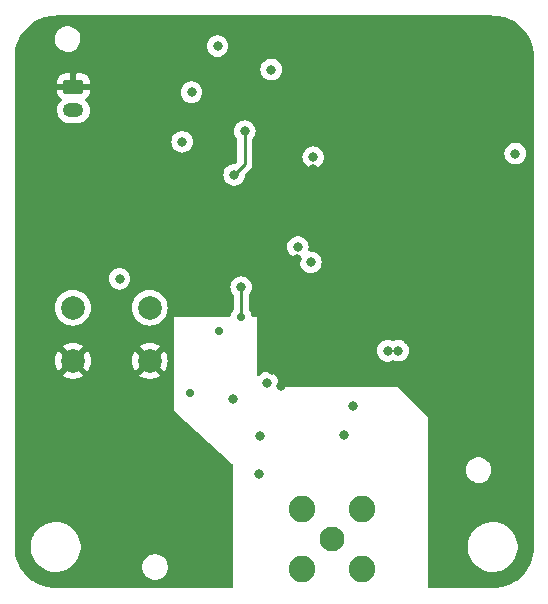
<source format=gbr>
%TF.GenerationSoftware,KiCad,Pcbnew,(6.0.4)*%
%TF.CreationDate,2022-08-25T17:00:53-03:00*%
%TF.ProjectId,rf-system-transmitter,72662d73-7973-4746-956d-2d7472616e73,rev?*%
%TF.SameCoordinates,Original*%
%TF.FileFunction,Copper,L4,Bot*%
%TF.FilePolarity,Positive*%
%FSLAX46Y46*%
G04 Gerber Fmt 4.6, Leading zero omitted, Abs format (unit mm)*
G04 Created by KiCad (PCBNEW (6.0.4)) date 2022-08-25 17:00:53*
%MOMM*%
%LPD*%
G01*
G04 APERTURE LIST*
G04 Aperture macros list*
%AMRoundRect*
0 Rectangle with rounded corners*
0 $1 Rounding radius*
0 $2 $3 $4 $5 $6 $7 $8 $9 X,Y pos of 4 corners*
0 Add a 4 corners polygon primitive as box body*
4,1,4,$2,$3,$4,$5,$6,$7,$8,$9,$2,$3,0*
0 Add four circle primitives for the rounded corners*
1,1,$1+$1,$2,$3*
1,1,$1+$1,$4,$5*
1,1,$1+$1,$6,$7*
1,1,$1+$1,$8,$9*
0 Add four rect primitives between the rounded corners*
20,1,$1+$1,$2,$3,$4,$5,0*
20,1,$1+$1,$4,$5,$6,$7,0*
20,1,$1+$1,$6,$7,$8,$9,0*
20,1,$1+$1,$8,$9,$2,$3,0*%
G04 Aperture macros list end*
%TA.AperFunction,ComponentPad*%
%ADD10RoundRect,0.250000X-0.625000X0.350000X-0.625000X-0.350000X0.625000X-0.350000X0.625000X0.350000X0*%
%TD*%
%TA.AperFunction,ComponentPad*%
%ADD11O,1.750000X1.200000*%
%TD*%
%TA.AperFunction,ComponentPad*%
%ADD12C,2.100000*%
%TD*%
%TA.AperFunction,ComponentPad*%
%ADD13C,2.250000*%
%TD*%
%TA.AperFunction,ComponentPad*%
%ADD14C,2.000000*%
%TD*%
%TA.AperFunction,ViaPad*%
%ADD15C,0.700000*%
%TD*%
%TA.AperFunction,ViaPad*%
%ADD16C,0.800000*%
%TD*%
%TA.AperFunction,Conductor*%
%ADD17C,0.250000*%
%TD*%
G04 APERTURE END LIST*
D10*
%TO.P,J1,1,Pin_1*%
%TO.N,GND*%
X51500000Y-28525000D03*
D11*
%TO.P,J1,2,Pin_2*%
%TO.N,+3V7*%
X51500000Y-30525000D03*
%TD*%
D12*
%TO.P,J2,1,1*%
%TO.N,Net-(C13-Pad2)*%
X73400000Y-66800000D03*
D13*
%TO.P,J2,2,2*%
%TO.N,GND*%
X75950000Y-69350000D03*
%TO.P,J2,3,3*%
X75950000Y-64250000D03*
%TO.P,J2,4,4*%
X70850000Y-64250000D03*
%TO.P,J2,5,5*%
X70850000Y-69350000D03*
%TD*%
D14*
%TO.P,SW1,1,1*%
%TO.N,NRST*%
X57950000Y-47250000D03*
X51450000Y-47250000D03*
%TO.P,SW1,2,2*%
%TO.N,GND*%
X57950000Y-51750000D03*
X51450000Y-51750000D03*
%TD*%
D15*
%TO.N,GND*%
X54300000Y-40100000D03*
D16*
X52000000Y-42000000D03*
X63400000Y-29000000D03*
X75200000Y-55600000D03*
X63000000Y-69000000D03*
X61200000Y-47050000D03*
X65000000Y-55000000D03*
X88900000Y-31700000D03*
X53000000Y-54000000D03*
D15*
X61400000Y-54500000D03*
D16*
X72100000Y-33100000D03*
X54700000Y-29200000D03*
X52000000Y-34000000D03*
X67650000Y-47300000D03*
X47960375Y-54000000D03*
X59700000Y-28500000D03*
X69100000Y-53900000D03*
X83020073Y-62000000D03*
X65400000Y-28000000D03*
X88900000Y-29100000D03*
X48000000Y-46000000D03*
X79020073Y-42000000D03*
X68300000Y-52500000D03*
X71800000Y-35500000D03*
X83015554Y-53998146D03*
X67300000Y-58100000D03*
X83020073Y-38000000D03*
X58800000Y-34200000D03*
X48000000Y-34000000D03*
X78400000Y-37800000D03*
X63700000Y-27000000D03*
D15*
X63800000Y-49200000D03*
D16*
X78100000Y-52500000D03*
X67200000Y-61300000D03*
X57000000Y-54000000D03*
X79020073Y-46000000D03*
X83020073Y-46000000D03*
D15*
X55500000Y-42800000D03*
D16*
X83000000Y-58000000D03*
X47993482Y-42000000D03*
X48000000Y-58000000D03*
D15*
X56700000Y-34500000D03*
D16*
X87020073Y-46000000D03*
X83020073Y-50000000D03*
X87000000Y-58000000D03*
X63800000Y-32000000D03*
X83020073Y-42000000D03*
X63000000Y-65000000D03*
X83020073Y-66000000D03*
X53000000Y-58000000D03*
X79000000Y-52500000D03*
X84000000Y-24100000D03*
X70400000Y-43100000D03*
X67000000Y-24000000D03*
X87020073Y-54000000D03*
X63000000Y-61000000D03*
D15*
X57000000Y-41400000D03*
D16*
X87000000Y-50000000D03*
X77000000Y-49300000D03*
X68900000Y-44300000D03*
X74400000Y-58000000D03*
X87020073Y-42000000D03*
%TO.N,+3V3*%
X78992988Y-50892899D03*
X63700000Y-25100000D03*
X78100000Y-50900000D03*
X61500000Y-29000000D03*
X88900000Y-34200000D03*
X71600000Y-43400000D03*
X68237500Y-27100000D03*
X55400000Y-44800000D03*
X60700000Y-33200000D03*
X71800000Y-34500000D03*
X67900000Y-53600000D03*
X70500000Y-42100000D03*
%TO.N,NRST*%
X65100000Y-36000000D03*
X66000000Y-32300000D03*
%TO.N,SPI_MOSI*%
X65700000Y-45500000D03*
D15*
X65700000Y-48000000D03*
%TD*%
D17*
%TO.N,NRST*%
X66000000Y-32300000D02*
X66000000Y-35100000D01*
X66000000Y-35100000D02*
X65100000Y-36000000D01*
%TO.N,SPI_MOSI*%
X65700000Y-45500000D02*
X65700000Y-48000000D01*
%TD*%
%TA.AperFunction,Conductor*%
%TO.N,GND*%
G36*
X86970018Y-22510000D02*
G01*
X86984852Y-22512310D01*
X86984855Y-22512310D01*
X86993724Y-22513691D01*
X87002627Y-22512527D01*
X87002628Y-22512527D01*
X87013076Y-22511161D01*
X87035594Y-22510249D01*
X87336051Y-22525010D01*
X87348345Y-22526221D01*
X87675034Y-22574680D01*
X87687156Y-22577090D01*
X87781196Y-22600646D01*
X88007523Y-22657339D01*
X88019355Y-22660928D01*
X88330311Y-22772190D01*
X88341735Y-22776922D01*
X88409500Y-22808972D01*
X88640292Y-22918128D01*
X88651188Y-22923953D01*
X88792101Y-23008412D01*
X88934467Y-23093744D01*
X88944748Y-23100614D01*
X89210017Y-23297350D01*
X89219556Y-23305177D01*
X89464282Y-23526985D01*
X89473015Y-23535718D01*
X89694823Y-23780444D01*
X89702650Y-23789983D01*
X89803746Y-23926296D01*
X89899386Y-24055252D01*
X89906256Y-24065533D01*
X89929615Y-24104505D01*
X90034374Y-24279283D01*
X90076045Y-24348807D01*
X90081874Y-24359712D01*
X90223078Y-24658265D01*
X90227810Y-24669689D01*
X90339072Y-24980645D01*
X90342661Y-24992477D01*
X90374939Y-25121337D01*
X90417170Y-25289928D01*
X90422909Y-25312841D01*
X90425320Y-25324966D01*
X90472326Y-25641852D01*
X90473779Y-25651650D01*
X90474990Y-25663949D01*
X90486152Y-25891118D01*
X90489390Y-25957034D01*
X90488042Y-25982598D01*
X90486309Y-25993724D01*
X90488771Y-26012552D01*
X90490436Y-26025283D01*
X90491500Y-26041621D01*
X90491500Y-67450633D01*
X90490000Y-67470018D01*
X90486309Y-67493724D01*
X90487473Y-67502627D01*
X90487473Y-67502628D01*
X90488839Y-67513076D01*
X90489751Y-67535594D01*
X90483896Y-67654784D01*
X90474991Y-67836045D01*
X90473779Y-67848345D01*
X90429481Y-68146987D01*
X90425321Y-68175031D01*
X90422910Y-68187156D01*
X90421464Y-68192927D01*
X90342661Y-68507523D01*
X90339072Y-68519355D01*
X90227810Y-68830311D01*
X90223078Y-68841735D01*
X90147506Y-69001519D01*
X90087486Y-69128423D01*
X90081874Y-69140288D01*
X90076047Y-69151188D01*
X90014849Y-69253292D01*
X89906256Y-69434467D01*
X89899386Y-69444748D01*
X89888275Y-69459730D01*
X89702650Y-69710017D01*
X89694823Y-69719556D01*
X89528899Y-69902624D01*
X89473020Y-69964277D01*
X89464282Y-69973015D01*
X89219556Y-70194823D01*
X89210017Y-70202650D01*
X89015517Y-70346901D01*
X88944748Y-70399386D01*
X88934467Y-70406256D01*
X88792101Y-70491588D01*
X88651188Y-70576047D01*
X88640292Y-70581872D01*
X88505870Y-70645448D01*
X88341735Y-70723078D01*
X88330311Y-70727810D01*
X88019355Y-70839072D01*
X88007523Y-70842661D01*
X87781196Y-70899354D01*
X87687156Y-70922910D01*
X87675034Y-70925320D01*
X87348345Y-70973779D01*
X87336051Y-70974990D01*
X87042961Y-70989390D01*
X87017402Y-70988042D01*
X87006276Y-70986309D01*
X86974714Y-70990436D01*
X86958379Y-70991500D01*
X81626000Y-70991500D01*
X81557879Y-70971498D01*
X81511386Y-70917842D01*
X81500000Y-70865500D01*
X81500000Y-67632703D01*
X84890743Y-67632703D01*
X84891302Y-67636947D01*
X84891302Y-67636951D01*
X84907810Y-67762340D01*
X84928268Y-67917734D01*
X85004129Y-68195036D01*
X85005813Y-68198984D01*
X85056946Y-68318862D01*
X85116923Y-68459476D01*
X85264561Y-68706161D01*
X85444313Y-68930528D01*
X85652851Y-69128423D01*
X85886317Y-69296186D01*
X85890112Y-69298195D01*
X85890113Y-69298196D01*
X85911869Y-69309715D01*
X86140392Y-69430712D01*
X86410373Y-69529511D01*
X86691264Y-69590755D01*
X86719841Y-69593004D01*
X86914282Y-69608307D01*
X86914291Y-69608307D01*
X86916739Y-69608500D01*
X87072271Y-69608500D01*
X87074407Y-69608354D01*
X87074418Y-69608354D01*
X87282548Y-69594165D01*
X87282554Y-69594164D01*
X87286825Y-69593873D01*
X87291020Y-69593004D01*
X87291022Y-69593004D01*
X87460200Y-69557969D01*
X87568342Y-69535574D01*
X87839343Y-69439607D01*
X87927363Y-69394177D01*
X88091005Y-69309715D01*
X88091006Y-69309715D01*
X88094812Y-69307750D01*
X88098313Y-69305289D01*
X88098317Y-69305287D01*
X88212417Y-69225096D01*
X88330023Y-69142441D01*
X88540622Y-68946740D01*
X88722713Y-68724268D01*
X88872927Y-68479142D01*
X88878128Y-68467295D01*
X88986757Y-68219830D01*
X88988483Y-68215898D01*
X88995027Y-68192927D01*
X89066068Y-67943534D01*
X89067244Y-67939406D01*
X89107751Y-67654784D01*
X89107845Y-67636951D01*
X89109235Y-67371583D01*
X89109235Y-67371576D01*
X89109257Y-67367297D01*
X89071732Y-67082266D01*
X88995871Y-66804964D01*
X88883077Y-66540524D01*
X88735439Y-66293839D01*
X88555687Y-66069472D01*
X88432289Y-65952372D01*
X88350258Y-65874527D01*
X88350255Y-65874525D01*
X88347149Y-65871577D01*
X88113683Y-65703814D01*
X88096219Y-65694567D01*
X88068654Y-65679972D01*
X87859608Y-65569288D01*
X87589627Y-65470489D01*
X87308736Y-65409245D01*
X87277685Y-65406801D01*
X87085718Y-65391693D01*
X87085709Y-65391693D01*
X87083261Y-65391500D01*
X86927729Y-65391500D01*
X86925593Y-65391646D01*
X86925582Y-65391646D01*
X86717452Y-65405835D01*
X86717446Y-65405836D01*
X86713175Y-65406127D01*
X86708980Y-65406996D01*
X86708978Y-65406996D01*
X86572416Y-65435277D01*
X86431658Y-65464426D01*
X86160657Y-65560393D01*
X85905188Y-65692250D01*
X85901687Y-65694711D01*
X85901683Y-65694713D01*
X85891594Y-65701804D01*
X85669977Y-65857559D01*
X85459378Y-66053260D01*
X85277287Y-66275732D01*
X85127073Y-66520858D01*
X85011517Y-66784102D01*
X84932756Y-67060594D01*
X84892249Y-67345216D01*
X84892227Y-67349505D01*
X84892226Y-67349512D01*
X84890765Y-67628417D01*
X84890743Y-67632703D01*
X81500000Y-67632703D01*
X81500000Y-60971489D01*
X84711227Y-60971489D01*
X84713096Y-61000000D01*
X84724263Y-61170380D01*
X84773326Y-61363564D01*
X84775743Y-61368807D01*
X84812265Y-61448029D01*
X84856772Y-61544573D01*
X84971807Y-61707344D01*
X85114578Y-61846425D01*
X85280304Y-61957160D01*
X85285607Y-61959438D01*
X85285610Y-61959440D01*
X85458128Y-62033559D01*
X85463435Y-62035839D01*
X85535516Y-62052149D01*
X85652201Y-62078553D01*
X85652207Y-62078554D01*
X85657838Y-62079828D01*
X85663609Y-62080055D01*
X85663611Y-62080055D01*
X85724556Y-62082449D01*
X85857001Y-62087653D01*
X85956959Y-62073160D01*
X86048535Y-62059883D01*
X86048540Y-62059882D01*
X86054256Y-62059053D01*
X86059728Y-62057195D01*
X86059730Y-62057195D01*
X86237532Y-61996839D01*
X86237534Y-61996838D01*
X86242996Y-61994984D01*
X86416899Y-61897594D01*
X86570143Y-61770143D01*
X86697594Y-61616899D01*
X86794984Y-61442996D01*
X86859053Y-61254256D01*
X86859882Y-61248540D01*
X86859883Y-61248535D01*
X86876918Y-61131039D01*
X86887653Y-61057001D01*
X86889146Y-61000000D01*
X86870908Y-60801519D01*
X86816805Y-60609685D01*
X86803746Y-60583202D01*
X86731205Y-60436104D01*
X86728650Y-60430923D01*
X86609393Y-60271219D01*
X86463030Y-60135922D01*
X86458147Y-60132841D01*
X86458143Y-60132838D01*
X86299346Y-60032645D01*
X86299341Y-60032643D01*
X86294462Y-60029564D01*
X86109334Y-59955705D01*
X85913847Y-59916820D01*
X85908072Y-59916744D01*
X85908068Y-59916744D01*
X85808588Y-59915442D01*
X85714547Y-59914211D01*
X85708850Y-59915190D01*
X85708849Y-59915190D01*
X85692805Y-59917947D01*
X85518108Y-59947966D01*
X85331111Y-60016953D01*
X85159816Y-60118862D01*
X85009961Y-60250281D01*
X84886565Y-60406809D01*
X84793760Y-60583202D01*
X84734654Y-60773554D01*
X84711227Y-60971489D01*
X81500000Y-60971489D01*
X81500000Y-56500000D01*
X79000000Y-54000000D01*
X68898709Y-54000000D01*
X68830588Y-53979998D01*
X68784095Y-53926342D01*
X68773991Y-53856068D01*
X68778874Y-53835070D01*
X68793542Y-53789928D01*
X68813504Y-53600000D01*
X68793542Y-53410072D01*
X68734527Y-53228444D01*
X68639040Y-53063056D01*
X68613896Y-53035130D01*
X68515675Y-52926045D01*
X68515674Y-52926044D01*
X68511253Y-52921134D01*
X68356752Y-52808882D01*
X68350724Y-52806198D01*
X68350722Y-52806197D01*
X68188319Y-52733891D01*
X68188318Y-52733891D01*
X68182288Y-52731206D01*
X68088887Y-52711353D01*
X68001944Y-52692872D01*
X68001939Y-52692872D01*
X67995487Y-52691500D01*
X67804513Y-52691500D01*
X67798061Y-52692872D01*
X67798056Y-52692872D01*
X67711113Y-52711353D01*
X67617712Y-52731206D01*
X67611682Y-52733891D01*
X67611681Y-52733891D01*
X67449278Y-52806197D01*
X67449276Y-52806198D01*
X67443248Y-52808882D01*
X67288747Y-52921134D01*
X67284326Y-52926044D01*
X67284325Y-52926045D01*
X67219636Y-52997890D01*
X67159191Y-53035130D01*
X67088207Y-53033778D01*
X67029222Y-52994265D01*
X67000964Y-52929134D01*
X67000000Y-52913580D01*
X67000000Y-50900000D01*
X77186496Y-50900000D01*
X77187186Y-50906565D01*
X77205712Y-51082827D01*
X77206458Y-51089928D01*
X77265473Y-51271556D01*
X77268776Y-51277278D01*
X77268777Y-51277279D01*
X77274605Y-51287373D01*
X77360960Y-51436944D01*
X77488747Y-51578866D01*
X77587843Y-51650864D01*
X77628133Y-51680136D01*
X77643248Y-51691118D01*
X77649276Y-51693802D01*
X77649278Y-51693803D01*
X77811677Y-51766107D01*
X77817712Y-51768794D01*
X77911112Y-51788647D01*
X77998056Y-51807128D01*
X77998061Y-51807128D01*
X78004513Y-51808500D01*
X78195487Y-51808500D01*
X78201939Y-51807128D01*
X78201944Y-51807128D01*
X78340660Y-51777642D01*
X78382288Y-51768794D01*
X78388321Y-51766108D01*
X78388324Y-51766107D01*
X78503221Y-51714952D01*
X78573588Y-51705518D01*
X78605717Y-51714952D01*
X78704664Y-51759006D01*
X78704667Y-51759007D01*
X78710700Y-51761693D01*
X78750562Y-51770166D01*
X78891044Y-51800027D01*
X78891049Y-51800027D01*
X78897501Y-51801399D01*
X79088475Y-51801399D01*
X79094927Y-51800027D01*
X79094932Y-51800027D01*
X79181876Y-51781546D01*
X79275276Y-51761693D01*
X79312612Y-51745070D01*
X79443710Y-51686702D01*
X79443712Y-51686701D01*
X79449740Y-51684017D01*
X79604241Y-51571765D01*
X79652380Y-51518301D01*
X79727609Y-51434751D01*
X79727610Y-51434750D01*
X79732028Y-51429843D01*
X79827515Y-51264455D01*
X79886530Y-51082827D01*
X79888106Y-51067837D01*
X79905802Y-50899464D01*
X79906492Y-50892899D01*
X79887966Y-50716635D01*
X79887220Y-50709534D01*
X79887220Y-50709532D01*
X79886530Y-50702971D01*
X79827515Y-50521343D01*
X79820782Y-50509680D01*
X79739429Y-50368774D01*
X79732028Y-50355955D01*
X79690846Y-50310217D01*
X79608663Y-50218944D01*
X79608662Y-50218943D01*
X79604241Y-50214033D01*
X79505145Y-50142035D01*
X79455082Y-50105662D01*
X79455081Y-50105661D01*
X79449740Y-50101781D01*
X79443712Y-50099097D01*
X79443710Y-50099096D01*
X79281307Y-50026790D01*
X79281306Y-50026790D01*
X79275276Y-50024105D01*
X79181875Y-50004252D01*
X79094932Y-49985771D01*
X79094927Y-49985771D01*
X79088475Y-49984399D01*
X78897501Y-49984399D01*
X78891049Y-49985771D01*
X78891044Y-49985771D01*
X78752328Y-50015257D01*
X78710700Y-50024105D01*
X78704667Y-50026791D01*
X78704664Y-50026792D01*
X78589767Y-50077947D01*
X78519400Y-50087381D01*
X78487271Y-50077947D01*
X78388324Y-50033893D01*
X78388321Y-50033892D01*
X78382288Y-50031206D01*
X78340660Y-50022358D01*
X78201944Y-49992872D01*
X78201939Y-49992872D01*
X78195487Y-49991500D01*
X78004513Y-49991500D01*
X77998061Y-49992872D01*
X77998056Y-49992872D01*
X77911113Y-50011353D01*
X77817712Y-50031206D01*
X77811682Y-50033891D01*
X77811681Y-50033891D01*
X77649278Y-50106197D01*
X77649276Y-50106198D01*
X77643248Y-50108882D01*
X77488747Y-50221134D01*
X77484326Y-50226044D01*
X77484325Y-50226045D01*
X77456350Y-50257115D01*
X77360960Y-50363056D01*
X77265473Y-50528444D01*
X77206458Y-50710072D01*
X77186496Y-50900000D01*
X67000000Y-50900000D01*
X67000000Y-48000000D01*
X66676680Y-48000000D01*
X66608559Y-47979998D01*
X66562066Y-47926342D01*
X66551370Y-47887171D01*
X66545055Y-47827089D01*
X66545055Y-47827088D01*
X66544365Y-47820525D01*
X66488599Y-47648893D01*
X66398367Y-47492607D01*
X66365864Y-47456509D01*
X66335147Y-47392501D01*
X66333500Y-47372198D01*
X66333500Y-46202524D01*
X66353502Y-46134403D01*
X66365858Y-46118221D01*
X66439040Y-46036944D01*
X66534527Y-45871556D01*
X66593542Y-45689928D01*
X66596046Y-45666109D01*
X66612814Y-45506565D01*
X66613504Y-45500000D01*
X66596882Y-45341852D01*
X66594232Y-45316635D01*
X66594232Y-45316633D01*
X66593542Y-45310072D01*
X66534527Y-45128444D01*
X66439040Y-44963056D01*
X66311253Y-44821134D01*
X66156752Y-44708882D01*
X66150724Y-44706198D01*
X66150722Y-44706197D01*
X65988319Y-44633891D01*
X65988318Y-44633891D01*
X65982288Y-44631206D01*
X65882861Y-44610072D01*
X65801944Y-44592872D01*
X65801939Y-44592872D01*
X65795487Y-44591500D01*
X65604513Y-44591500D01*
X65598061Y-44592872D01*
X65598056Y-44592872D01*
X65517139Y-44610072D01*
X65417712Y-44631206D01*
X65411682Y-44633891D01*
X65411681Y-44633891D01*
X65249278Y-44706197D01*
X65249276Y-44706198D01*
X65243248Y-44708882D01*
X65088747Y-44821134D01*
X64960960Y-44963056D01*
X64865473Y-45128444D01*
X64806458Y-45310072D01*
X64805768Y-45316633D01*
X64805768Y-45316635D01*
X64803118Y-45341852D01*
X64786496Y-45500000D01*
X64787186Y-45506565D01*
X64803955Y-45666109D01*
X64806458Y-45689928D01*
X64865473Y-45871556D01*
X64960960Y-46036944D01*
X65034137Y-46118215D01*
X65064853Y-46182221D01*
X65066500Y-46202524D01*
X65066500Y-47372198D01*
X65046498Y-47440319D01*
X65034137Y-47456508D01*
X65001633Y-47492607D01*
X64911401Y-47648893D01*
X64855635Y-47820525D01*
X64854945Y-47827088D01*
X64854945Y-47827089D01*
X64848630Y-47887171D01*
X64821616Y-47952828D01*
X64763395Y-47993457D01*
X64723320Y-48000000D01*
X60000000Y-48000000D01*
X60000000Y-56000000D01*
X64958290Y-60462461D01*
X64995543Y-60522899D01*
X65000000Y-60556116D01*
X65000000Y-70865500D01*
X64979998Y-70933621D01*
X64926342Y-70980114D01*
X64874000Y-70991500D01*
X50049367Y-70991500D01*
X50029982Y-70990000D01*
X50015148Y-70987690D01*
X50015145Y-70987690D01*
X50006276Y-70986309D01*
X49997373Y-70987473D01*
X49997372Y-70987473D01*
X49986924Y-70988839D01*
X49964406Y-70989751D01*
X49663949Y-70974990D01*
X49651655Y-70973779D01*
X49324966Y-70925320D01*
X49312844Y-70922910D01*
X49218804Y-70899354D01*
X48992477Y-70842661D01*
X48980645Y-70839072D01*
X48669689Y-70727810D01*
X48658265Y-70723078D01*
X48494130Y-70645448D01*
X48359708Y-70581872D01*
X48348812Y-70576047D01*
X48207899Y-70491588D01*
X48065533Y-70406256D01*
X48055252Y-70399386D01*
X47984483Y-70346901D01*
X47789983Y-70202650D01*
X47780444Y-70194823D01*
X47535718Y-69973015D01*
X47526980Y-69964277D01*
X47471101Y-69902624D01*
X47305177Y-69719556D01*
X47297350Y-69710017D01*
X47111725Y-69459730D01*
X47100614Y-69444748D01*
X47093744Y-69434467D01*
X46985151Y-69253292D01*
X46923953Y-69151188D01*
X46918126Y-69140288D01*
X46912515Y-69128423D01*
X46852494Y-69001519D01*
X46776922Y-68841735D01*
X46772190Y-68830311D01*
X46660928Y-68519355D01*
X46657339Y-68507523D01*
X46578536Y-68192927D01*
X46577090Y-68187156D01*
X46574679Y-68175031D01*
X46570519Y-68146987D01*
X46526220Y-67848343D01*
X46525009Y-67836045D01*
X46515020Y-67632703D01*
X47890743Y-67632703D01*
X47891302Y-67636947D01*
X47891302Y-67636951D01*
X47907810Y-67762340D01*
X47928268Y-67917734D01*
X48004129Y-68195036D01*
X48005813Y-68198984D01*
X48056946Y-68318862D01*
X48116923Y-68459476D01*
X48264561Y-68706161D01*
X48444313Y-68930528D01*
X48652851Y-69128423D01*
X48886317Y-69296186D01*
X48890112Y-69298195D01*
X48890113Y-69298196D01*
X48911869Y-69309715D01*
X49140392Y-69430712D01*
X49410373Y-69529511D01*
X49691264Y-69590755D01*
X49719841Y-69593004D01*
X49914282Y-69608307D01*
X49914291Y-69608307D01*
X49916739Y-69608500D01*
X50072271Y-69608500D01*
X50074407Y-69608354D01*
X50074418Y-69608354D01*
X50282548Y-69594165D01*
X50282554Y-69594164D01*
X50286825Y-69593873D01*
X50291020Y-69593004D01*
X50291022Y-69593004D01*
X50460200Y-69557969D01*
X50568342Y-69535574D01*
X50839343Y-69439607D01*
X50927363Y-69394177D01*
X51091005Y-69309715D01*
X51091006Y-69309715D01*
X51094812Y-69307750D01*
X51098313Y-69305289D01*
X51098317Y-69305287D01*
X51212417Y-69225096D01*
X51288692Y-69171489D01*
X57311227Y-69171489D01*
X57313096Y-69200000D01*
X57324263Y-69370380D01*
X57325684Y-69375976D01*
X57325685Y-69375981D01*
X57364910Y-69530425D01*
X57373326Y-69563564D01*
X57375743Y-69568807D01*
X57412265Y-69648029D01*
X57456772Y-69744573D01*
X57571807Y-69907344D01*
X57575949Y-69911379D01*
X57631716Y-69965705D01*
X57714578Y-70046425D01*
X57880304Y-70157160D01*
X57885607Y-70159438D01*
X57885610Y-70159440D01*
X58058128Y-70233559D01*
X58063435Y-70235839D01*
X58135516Y-70252149D01*
X58252201Y-70278553D01*
X58252207Y-70278554D01*
X58257838Y-70279828D01*
X58263609Y-70280055D01*
X58263611Y-70280055D01*
X58324556Y-70282449D01*
X58457001Y-70287653D01*
X58556959Y-70273160D01*
X58648535Y-70259883D01*
X58648540Y-70259882D01*
X58654256Y-70259053D01*
X58659728Y-70257195D01*
X58659730Y-70257195D01*
X58837532Y-70196839D01*
X58837534Y-70196838D01*
X58842996Y-70194984D01*
X59016899Y-70097594D01*
X59170143Y-69970143D01*
X59297594Y-69816899D01*
X59394984Y-69642996D01*
X59406744Y-69608354D01*
X59457195Y-69459730D01*
X59457195Y-69459728D01*
X59459053Y-69454256D01*
X59459882Y-69448540D01*
X59459883Y-69448535D01*
X59481680Y-69298196D01*
X59487653Y-69257001D01*
X59489146Y-69200000D01*
X59470908Y-69001519D01*
X59456283Y-68949661D01*
X59418373Y-68815244D01*
X59418372Y-68815242D01*
X59416805Y-68809685D01*
X59403746Y-68783202D01*
X59331205Y-68636104D01*
X59328650Y-68630923D01*
X59209393Y-68471219D01*
X59063030Y-68335922D01*
X59058147Y-68332841D01*
X59058143Y-68332838D01*
X58899346Y-68232645D01*
X58899341Y-68232643D01*
X58894462Y-68229564D01*
X58709334Y-68155705D01*
X58513847Y-68116820D01*
X58508072Y-68116744D01*
X58508068Y-68116744D01*
X58408588Y-68115442D01*
X58314547Y-68114211D01*
X58308850Y-68115190D01*
X58308849Y-68115190D01*
X58292805Y-68117947D01*
X58118108Y-68147966D01*
X57931111Y-68216953D01*
X57759816Y-68318862D01*
X57609961Y-68450281D01*
X57486565Y-68606809D01*
X57393760Y-68783202D01*
X57377323Y-68836139D01*
X57344011Y-68943421D01*
X57334654Y-68973554D01*
X57311227Y-69171489D01*
X51288692Y-69171489D01*
X51330023Y-69142441D01*
X51540622Y-68946740D01*
X51722713Y-68724268D01*
X51872927Y-68479142D01*
X51878128Y-68467295D01*
X51986757Y-68219830D01*
X51988483Y-68215898D01*
X51995027Y-68192927D01*
X52066068Y-67943534D01*
X52067244Y-67939406D01*
X52107751Y-67654784D01*
X52107845Y-67636951D01*
X52109235Y-67371583D01*
X52109235Y-67371576D01*
X52109257Y-67367297D01*
X52071732Y-67082266D01*
X51995871Y-66804964D01*
X51883077Y-66540524D01*
X51735439Y-66293839D01*
X51555687Y-66069472D01*
X51432289Y-65952372D01*
X51350258Y-65874527D01*
X51350255Y-65874525D01*
X51347149Y-65871577D01*
X51113683Y-65703814D01*
X51096219Y-65694567D01*
X51068654Y-65679972D01*
X50859608Y-65569288D01*
X50589627Y-65470489D01*
X50308736Y-65409245D01*
X50277685Y-65406801D01*
X50085718Y-65391693D01*
X50085709Y-65391693D01*
X50083261Y-65391500D01*
X49927729Y-65391500D01*
X49925593Y-65391646D01*
X49925582Y-65391646D01*
X49717452Y-65405835D01*
X49717446Y-65405836D01*
X49713175Y-65406127D01*
X49708980Y-65406996D01*
X49708978Y-65406996D01*
X49572416Y-65435277D01*
X49431658Y-65464426D01*
X49160657Y-65560393D01*
X48905188Y-65692250D01*
X48901687Y-65694711D01*
X48901683Y-65694713D01*
X48891594Y-65701804D01*
X48669977Y-65857559D01*
X48459378Y-66053260D01*
X48277287Y-66275732D01*
X48127073Y-66520858D01*
X48011517Y-66784102D01*
X47932756Y-67060594D01*
X47892249Y-67345216D01*
X47892227Y-67349505D01*
X47892226Y-67349512D01*
X47890765Y-67628417D01*
X47890743Y-67632703D01*
X46515020Y-67632703D01*
X46510795Y-67546695D01*
X46512387Y-67519619D01*
X46513576Y-67512552D01*
X46513729Y-67500000D01*
X46509773Y-67472376D01*
X46508500Y-67454514D01*
X46508500Y-52982670D01*
X50582160Y-52982670D01*
X50587887Y-52990320D01*
X50759042Y-53095205D01*
X50767837Y-53099687D01*
X50977988Y-53186734D01*
X50987373Y-53189783D01*
X51208554Y-53242885D01*
X51218301Y-53244428D01*
X51445070Y-53262275D01*
X51454930Y-53262275D01*
X51681699Y-53244428D01*
X51691446Y-53242885D01*
X51912627Y-53189783D01*
X51922012Y-53186734D01*
X52132163Y-53099687D01*
X52140958Y-53095205D01*
X52308445Y-52992568D01*
X52317400Y-52982670D01*
X57082160Y-52982670D01*
X57087887Y-52990320D01*
X57259042Y-53095205D01*
X57267837Y-53099687D01*
X57477988Y-53186734D01*
X57487373Y-53189783D01*
X57708554Y-53242885D01*
X57718301Y-53244428D01*
X57945070Y-53262275D01*
X57954930Y-53262275D01*
X58181699Y-53244428D01*
X58191446Y-53242885D01*
X58412627Y-53189783D01*
X58422012Y-53186734D01*
X58632163Y-53099687D01*
X58640958Y-53095205D01*
X58808445Y-52992568D01*
X58817907Y-52982110D01*
X58814124Y-52973334D01*
X57962812Y-52122022D01*
X57948868Y-52114408D01*
X57947035Y-52114539D01*
X57940420Y-52118790D01*
X57088920Y-52970290D01*
X57082160Y-52982670D01*
X52317400Y-52982670D01*
X52317907Y-52982110D01*
X52314124Y-52973334D01*
X51462812Y-52122022D01*
X51448868Y-52114408D01*
X51447035Y-52114539D01*
X51440420Y-52118790D01*
X50588920Y-52970290D01*
X50582160Y-52982670D01*
X46508500Y-52982670D01*
X46508500Y-51754930D01*
X49937725Y-51754930D01*
X49955572Y-51981699D01*
X49957115Y-51991446D01*
X50010217Y-52212627D01*
X50013266Y-52222012D01*
X50100313Y-52432163D01*
X50104795Y-52440958D01*
X50207432Y-52608445D01*
X50217890Y-52617907D01*
X50226666Y-52614124D01*
X51077978Y-51762812D01*
X51084356Y-51751132D01*
X51814408Y-51751132D01*
X51814539Y-51752965D01*
X51818790Y-51759580D01*
X52670290Y-52611080D01*
X52682670Y-52617840D01*
X52690320Y-52612113D01*
X52795205Y-52440958D01*
X52799687Y-52432163D01*
X52886734Y-52222012D01*
X52889783Y-52212627D01*
X52942885Y-51991446D01*
X52944428Y-51981699D01*
X52962275Y-51754930D01*
X56437725Y-51754930D01*
X56455572Y-51981699D01*
X56457115Y-51991446D01*
X56510217Y-52212627D01*
X56513266Y-52222012D01*
X56600313Y-52432163D01*
X56604795Y-52440958D01*
X56707432Y-52608445D01*
X56717890Y-52617907D01*
X56726666Y-52614124D01*
X57577978Y-51762812D01*
X57584356Y-51751132D01*
X58314408Y-51751132D01*
X58314539Y-51752965D01*
X58318790Y-51759580D01*
X59170290Y-52611080D01*
X59182670Y-52617840D01*
X59190320Y-52612113D01*
X59295205Y-52440958D01*
X59299687Y-52432163D01*
X59386734Y-52222012D01*
X59389783Y-52212627D01*
X59442885Y-51991446D01*
X59444428Y-51981699D01*
X59462275Y-51754930D01*
X59462275Y-51745070D01*
X59444428Y-51518301D01*
X59442885Y-51508554D01*
X59389783Y-51287373D01*
X59386734Y-51277988D01*
X59299687Y-51067837D01*
X59295205Y-51059042D01*
X59192568Y-50891555D01*
X59182110Y-50882093D01*
X59173334Y-50885876D01*
X58322022Y-51737188D01*
X58314408Y-51751132D01*
X57584356Y-51751132D01*
X57585592Y-51748868D01*
X57585461Y-51747035D01*
X57581210Y-51740420D01*
X56729710Y-50888920D01*
X56717330Y-50882160D01*
X56709680Y-50887887D01*
X56604795Y-51059042D01*
X56600313Y-51067837D01*
X56513266Y-51277988D01*
X56510217Y-51287373D01*
X56457115Y-51508554D01*
X56455572Y-51518301D01*
X56437725Y-51745070D01*
X56437725Y-51754930D01*
X52962275Y-51754930D01*
X52962275Y-51745070D01*
X52944428Y-51518301D01*
X52942885Y-51508554D01*
X52889783Y-51287373D01*
X52886734Y-51277988D01*
X52799687Y-51067837D01*
X52795205Y-51059042D01*
X52692568Y-50891555D01*
X52682110Y-50882093D01*
X52673334Y-50885876D01*
X51822022Y-51737188D01*
X51814408Y-51751132D01*
X51084356Y-51751132D01*
X51085592Y-51748868D01*
X51085461Y-51747035D01*
X51081210Y-51740420D01*
X50229710Y-50888920D01*
X50217330Y-50882160D01*
X50209680Y-50887887D01*
X50104795Y-51059042D01*
X50100313Y-51067837D01*
X50013266Y-51277988D01*
X50010217Y-51287373D01*
X49957115Y-51508554D01*
X49955572Y-51518301D01*
X49937725Y-51745070D01*
X49937725Y-51754930D01*
X46508500Y-51754930D01*
X46508500Y-50517890D01*
X50582093Y-50517890D01*
X50585876Y-50526666D01*
X51437188Y-51377978D01*
X51451132Y-51385592D01*
X51452965Y-51385461D01*
X51459580Y-51381210D01*
X52311080Y-50529710D01*
X52317534Y-50517890D01*
X57082093Y-50517890D01*
X57085876Y-50526666D01*
X57937188Y-51377978D01*
X57951132Y-51385592D01*
X57952965Y-51385461D01*
X57959580Y-51381210D01*
X58811080Y-50529710D01*
X58817840Y-50517330D01*
X58812113Y-50509680D01*
X58640958Y-50404795D01*
X58632163Y-50400313D01*
X58422012Y-50313266D01*
X58412627Y-50310217D01*
X58191446Y-50257115D01*
X58181699Y-50255572D01*
X57954930Y-50237725D01*
X57945070Y-50237725D01*
X57718301Y-50255572D01*
X57708554Y-50257115D01*
X57487373Y-50310217D01*
X57477988Y-50313266D01*
X57267837Y-50400313D01*
X57259042Y-50404795D01*
X57091555Y-50507432D01*
X57082093Y-50517890D01*
X52317534Y-50517890D01*
X52317840Y-50517330D01*
X52312113Y-50509680D01*
X52140958Y-50404795D01*
X52132163Y-50400313D01*
X51922012Y-50313266D01*
X51912627Y-50310217D01*
X51691446Y-50257115D01*
X51681699Y-50255572D01*
X51454930Y-50237725D01*
X51445070Y-50237725D01*
X51218301Y-50255572D01*
X51208554Y-50257115D01*
X50987373Y-50310217D01*
X50977988Y-50313266D01*
X50767837Y-50400313D01*
X50759042Y-50404795D01*
X50591555Y-50507432D01*
X50582093Y-50517890D01*
X46508500Y-50517890D01*
X46508500Y-47250000D01*
X49936835Y-47250000D01*
X49955465Y-47486711D01*
X49956619Y-47491518D01*
X49956620Y-47491524D01*
X49958254Y-47498328D01*
X50010895Y-47717594D01*
X50012788Y-47722165D01*
X50012789Y-47722167D01*
X50097361Y-47926342D01*
X50101760Y-47936963D01*
X50104346Y-47941183D01*
X50223241Y-48135202D01*
X50223245Y-48135208D01*
X50225824Y-48139416D01*
X50380031Y-48319969D01*
X50560584Y-48474176D01*
X50564792Y-48476755D01*
X50564798Y-48476759D01*
X50758817Y-48595654D01*
X50763037Y-48598240D01*
X50767607Y-48600133D01*
X50767611Y-48600135D01*
X50867486Y-48641504D01*
X50982406Y-48689105D01*
X51062609Y-48708360D01*
X51208476Y-48743380D01*
X51208482Y-48743381D01*
X51213289Y-48744535D01*
X51450000Y-48763165D01*
X51686711Y-48744535D01*
X51691518Y-48743381D01*
X51691524Y-48743380D01*
X51837391Y-48708360D01*
X51917594Y-48689105D01*
X52032514Y-48641504D01*
X52132389Y-48600135D01*
X52132393Y-48600133D01*
X52136963Y-48598240D01*
X52141183Y-48595654D01*
X52335202Y-48476759D01*
X52335208Y-48476755D01*
X52339416Y-48474176D01*
X52519969Y-48319969D01*
X52674176Y-48139416D01*
X52676755Y-48135208D01*
X52676759Y-48135202D01*
X52795654Y-47941183D01*
X52798240Y-47936963D01*
X52802640Y-47926342D01*
X52887211Y-47722167D01*
X52887212Y-47722165D01*
X52889105Y-47717594D01*
X52941746Y-47498328D01*
X52943380Y-47491524D01*
X52943381Y-47491518D01*
X52944535Y-47486711D01*
X52963165Y-47250000D01*
X56436835Y-47250000D01*
X56455465Y-47486711D01*
X56456619Y-47491518D01*
X56456620Y-47491524D01*
X56458254Y-47498328D01*
X56510895Y-47717594D01*
X56512788Y-47722165D01*
X56512789Y-47722167D01*
X56597361Y-47926342D01*
X56601760Y-47936963D01*
X56604346Y-47941183D01*
X56723241Y-48135202D01*
X56723245Y-48135208D01*
X56725824Y-48139416D01*
X56880031Y-48319969D01*
X57060584Y-48474176D01*
X57064792Y-48476755D01*
X57064798Y-48476759D01*
X57258817Y-48595654D01*
X57263037Y-48598240D01*
X57267607Y-48600133D01*
X57267611Y-48600135D01*
X57367486Y-48641504D01*
X57482406Y-48689105D01*
X57562609Y-48708360D01*
X57708476Y-48743380D01*
X57708482Y-48743381D01*
X57713289Y-48744535D01*
X57950000Y-48763165D01*
X58186711Y-48744535D01*
X58191518Y-48743381D01*
X58191524Y-48743380D01*
X58337391Y-48708360D01*
X58417594Y-48689105D01*
X58532514Y-48641504D01*
X58632389Y-48600135D01*
X58632393Y-48600133D01*
X58636963Y-48598240D01*
X58641183Y-48595654D01*
X58835202Y-48476759D01*
X58835208Y-48476755D01*
X58839416Y-48474176D01*
X59019969Y-48319969D01*
X59174176Y-48139416D01*
X59176755Y-48135208D01*
X59176759Y-48135202D01*
X59295654Y-47941183D01*
X59298240Y-47936963D01*
X59302640Y-47926342D01*
X59387211Y-47722167D01*
X59387212Y-47722165D01*
X59389105Y-47717594D01*
X59441746Y-47498328D01*
X59443380Y-47491524D01*
X59443381Y-47491518D01*
X59444535Y-47486711D01*
X59463165Y-47250000D01*
X59444535Y-47013289D01*
X59389105Y-46782406D01*
X59298240Y-46563037D01*
X59295654Y-46558817D01*
X59176759Y-46364798D01*
X59176755Y-46364792D01*
X59174176Y-46360584D01*
X59019969Y-46180031D01*
X58839416Y-46025824D01*
X58835208Y-46023245D01*
X58835202Y-46023241D01*
X58641183Y-45904346D01*
X58636963Y-45901760D01*
X58632393Y-45899867D01*
X58632389Y-45899865D01*
X58422167Y-45812789D01*
X58422165Y-45812788D01*
X58417594Y-45810895D01*
X58337391Y-45791640D01*
X58191524Y-45756620D01*
X58191518Y-45756619D01*
X58186711Y-45755465D01*
X57950000Y-45736835D01*
X57713289Y-45755465D01*
X57708482Y-45756619D01*
X57708476Y-45756620D01*
X57562609Y-45791640D01*
X57482406Y-45810895D01*
X57477835Y-45812788D01*
X57477833Y-45812789D01*
X57267611Y-45899865D01*
X57267607Y-45899867D01*
X57263037Y-45901760D01*
X57258817Y-45904346D01*
X57064798Y-46023241D01*
X57064792Y-46023245D01*
X57060584Y-46025824D01*
X56880031Y-46180031D01*
X56725824Y-46360584D01*
X56723245Y-46364792D01*
X56723241Y-46364798D01*
X56604346Y-46558817D01*
X56601760Y-46563037D01*
X56510895Y-46782406D01*
X56455465Y-47013289D01*
X56436835Y-47250000D01*
X52963165Y-47250000D01*
X52944535Y-47013289D01*
X52889105Y-46782406D01*
X52798240Y-46563037D01*
X52795654Y-46558817D01*
X52676759Y-46364798D01*
X52676755Y-46364792D01*
X52674176Y-46360584D01*
X52519969Y-46180031D01*
X52339416Y-46025824D01*
X52335208Y-46023245D01*
X52335202Y-46023241D01*
X52141183Y-45904346D01*
X52136963Y-45901760D01*
X52132393Y-45899867D01*
X52132389Y-45899865D01*
X51922167Y-45812789D01*
X51922165Y-45812788D01*
X51917594Y-45810895D01*
X51837391Y-45791640D01*
X51691524Y-45756620D01*
X51691518Y-45756619D01*
X51686711Y-45755465D01*
X51450000Y-45736835D01*
X51213289Y-45755465D01*
X51208482Y-45756619D01*
X51208476Y-45756620D01*
X51062609Y-45791640D01*
X50982406Y-45810895D01*
X50977835Y-45812788D01*
X50977833Y-45812789D01*
X50767611Y-45899865D01*
X50767607Y-45899867D01*
X50763037Y-45901760D01*
X50758817Y-45904346D01*
X50564798Y-46023241D01*
X50564792Y-46023245D01*
X50560584Y-46025824D01*
X50380031Y-46180031D01*
X50225824Y-46360584D01*
X50223245Y-46364792D01*
X50223241Y-46364798D01*
X50104346Y-46558817D01*
X50101760Y-46563037D01*
X50010895Y-46782406D01*
X49955465Y-47013289D01*
X49936835Y-47250000D01*
X46508500Y-47250000D01*
X46508500Y-44800000D01*
X54486496Y-44800000D01*
X54487186Y-44806565D01*
X54504235Y-44968774D01*
X54506458Y-44989928D01*
X54565473Y-45171556D01*
X54660960Y-45336944D01*
X54788747Y-45478866D01*
X54943248Y-45591118D01*
X54949276Y-45593802D01*
X54949278Y-45593803D01*
X55111681Y-45666109D01*
X55117712Y-45668794D01*
X55186263Y-45683365D01*
X55298056Y-45707128D01*
X55298061Y-45707128D01*
X55304513Y-45708500D01*
X55495487Y-45708500D01*
X55501939Y-45707128D01*
X55501944Y-45707128D01*
X55613737Y-45683365D01*
X55682288Y-45668794D01*
X55688319Y-45666109D01*
X55850722Y-45593803D01*
X55850724Y-45593802D01*
X55856752Y-45591118D01*
X56011253Y-45478866D01*
X56139040Y-45336944D01*
X56234527Y-45171556D01*
X56293542Y-44989928D01*
X56295766Y-44968774D01*
X56312814Y-44806565D01*
X56313504Y-44800000D01*
X56303645Y-44706197D01*
X56294232Y-44616635D01*
X56294232Y-44616633D01*
X56293542Y-44610072D01*
X56234527Y-44428444D01*
X56139040Y-44263056D01*
X56076685Y-44193803D01*
X56015675Y-44126045D01*
X56015674Y-44126044D01*
X56011253Y-44121134D01*
X55856752Y-44008882D01*
X55850724Y-44006198D01*
X55850722Y-44006197D01*
X55688319Y-43933891D01*
X55688318Y-43933891D01*
X55682288Y-43931206D01*
X55588888Y-43911353D01*
X55501944Y-43892872D01*
X55501939Y-43892872D01*
X55495487Y-43891500D01*
X55304513Y-43891500D01*
X55298061Y-43892872D01*
X55298056Y-43892872D01*
X55211112Y-43911353D01*
X55117712Y-43931206D01*
X55111682Y-43933891D01*
X55111681Y-43933891D01*
X54949278Y-44006197D01*
X54949276Y-44006198D01*
X54943248Y-44008882D01*
X54788747Y-44121134D01*
X54784326Y-44126044D01*
X54784325Y-44126045D01*
X54723316Y-44193803D01*
X54660960Y-44263056D01*
X54565473Y-44428444D01*
X54506458Y-44610072D01*
X54505768Y-44616633D01*
X54505768Y-44616635D01*
X54496355Y-44706197D01*
X54486496Y-44800000D01*
X46508500Y-44800000D01*
X46508500Y-42100000D01*
X69586496Y-42100000D01*
X69606458Y-42289928D01*
X69665473Y-42471556D01*
X69760960Y-42636944D01*
X69888747Y-42778866D01*
X70043248Y-42891118D01*
X70049276Y-42893802D01*
X70049278Y-42893803D01*
X70193989Y-42958232D01*
X70217712Y-42968794D01*
X70311113Y-42988647D01*
X70398056Y-43007128D01*
X70398061Y-43007128D01*
X70404513Y-43008500D01*
X70595487Y-43008500D01*
X70595487Y-43010692D01*
X70655303Y-43021631D01*
X70707150Y-43070132D01*
X70724545Y-43138965D01*
X70718469Y-43173104D01*
X70708498Y-43203791D01*
X70708496Y-43203798D01*
X70706458Y-43210072D01*
X70686496Y-43400000D01*
X70706458Y-43589928D01*
X70765473Y-43771556D01*
X70860960Y-43936944D01*
X70865378Y-43941851D01*
X70865379Y-43941852D01*
X70925733Y-44008882D01*
X70988747Y-44078866D01*
X71143248Y-44191118D01*
X71149276Y-44193802D01*
X71149278Y-44193803D01*
X71304824Y-44263056D01*
X71317712Y-44268794D01*
X71411113Y-44288647D01*
X71498056Y-44307128D01*
X71498061Y-44307128D01*
X71504513Y-44308500D01*
X71695487Y-44308500D01*
X71701939Y-44307128D01*
X71701944Y-44307128D01*
X71788887Y-44288647D01*
X71882288Y-44268794D01*
X71895176Y-44263056D01*
X72050722Y-44193803D01*
X72050724Y-44193802D01*
X72056752Y-44191118D01*
X72211253Y-44078866D01*
X72274267Y-44008882D01*
X72334621Y-43941852D01*
X72334622Y-43941851D01*
X72339040Y-43936944D01*
X72434527Y-43771556D01*
X72493542Y-43589928D01*
X72513504Y-43400000D01*
X72493542Y-43210072D01*
X72434527Y-43028444D01*
X72339040Y-42863056D01*
X72211253Y-42721134D01*
X72056752Y-42608882D01*
X72050724Y-42606198D01*
X72050722Y-42606197D01*
X71888319Y-42533891D01*
X71888318Y-42533891D01*
X71882288Y-42531206D01*
X71788888Y-42511353D01*
X71701944Y-42492872D01*
X71701939Y-42492872D01*
X71695487Y-42491500D01*
X71504513Y-42491500D01*
X71504513Y-42489308D01*
X71444697Y-42478369D01*
X71392850Y-42429868D01*
X71375455Y-42361035D01*
X71381531Y-42326896D01*
X71391502Y-42296209D01*
X71391504Y-42296202D01*
X71393542Y-42289928D01*
X71413504Y-42100000D01*
X71393542Y-41910072D01*
X71334527Y-41728444D01*
X71239040Y-41563056D01*
X71111253Y-41421134D01*
X70956752Y-41308882D01*
X70950724Y-41306198D01*
X70950722Y-41306197D01*
X70788319Y-41233891D01*
X70788318Y-41233891D01*
X70782288Y-41231206D01*
X70688888Y-41211353D01*
X70601944Y-41192872D01*
X70601939Y-41192872D01*
X70595487Y-41191500D01*
X70404513Y-41191500D01*
X70398061Y-41192872D01*
X70398056Y-41192872D01*
X70311112Y-41211353D01*
X70217712Y-41231206D01*
X70211682Y-41233891D01*
X70211681Y-41233891D01*
X70049278Y-41306197D01*
X70049276Y-41306198D01*
X70043248Y-41308882D01*
X69888747Y-41421134D01*
X69760960Y-41563056D01*
X69665473Y-41728444D01*
X69606458Y-41910072D01*
X69586496Y-42100000D01*
X46508500Y-42100000D01*
X46508500Y-36000000D01*
X64186496Y-36000000D01*
X64206458Y-36189928D01*
X64265473Y-36371556D01*
X64360960Y-36536944D01*
X64488747Y-36678866D01*
X64643248Y-36791118D01*
X64649276Y-36793802D01*
X64649278Y-36793803D01*
X64811681Y-36866109D01*
X64817712Y-36868794D01*
X64911113Y-36888647D01*
X64998056Y-36907128D01*
X64998061Y-36907128D01*
X65004513Y-36908500D01*
X65195487Y-36908500D01*
X65201939Y-36907128D01*
X65201944Y-36907128D01*
X65288887Y-36888647D01*
X65382288Y-36868794D01*
X65388319Y-36866109D01*
X65550722Y-36793803D01*
X65550724Y-36793802D01*
X65556752Y-36791118D01*
X65711253Y-36678866D01*
X65839040Y-36536944D01*
X65934527Y-36371556D01*
X65993542Y-36189928D01*
X66010907Y-36024706D01*
X66037920Y-35959050D01*
X66047122Y-35948782D01*
X66392247Y-35603657D01*
X66400537Y-35596113D01*
X66407018Y-35592000D01*
X66453659Y-35542332D01*
X66456413Y-35539491D01*
X66476134Y-35519770D01*
X66478612Y-35516575D01*
X66486318Y-35507553D01*
X66511158Y-35481101D01*
X66516586Y-35475321D01*
X66526346Y-35457568D01*
X66537199Y-35441045D01*
X66544753Y-35431306D01*
X66549613Y-35425041D01*
X66567176Y-35384457D01*
X66572383Y-35373827D01*
X66593695Y-35335060D01*
X66595666Y-35327383D01*
X66595668Y-35327378D01*
X66598732Y-35315442D01*
X66605138Y-35296730D01*
X66610033Y-35285419D01*
X66613181Y-35278145D01*
X66614421Y-35270317D01*
X66614423Y-35270310D01*
X66620099Y-35234476D01*
X66622505Y-35222856D01*
X66631528Y-35187711D01*
X66631528Y-35187710D01*
X66633500Y-35180030D01*
X66633500Y-35159776D01*
X66635051Y-35140065D01*
X66636980Y-35127886D01*
X66638220Y-35120057D01*
X66634059Y-35076038D01*
X66633500Y-35064181D01*
X66633500Y-34500000D01*
X70886496Y-34500000D01*
X70906458Y-34689928D01*
X70965473Y-34871556D01*
X71060960Y-35036944D01*
X71188747Y-35178866D01*
X71343248Y-35291118D01*
X71349276Y-35293802D01*
X71349278Y-35293803D01*
X71511681Y-35366109D01*
X71517712Y-35368794D01*
X71611112Y-35388647D01*
X71698056Y-35407128D01*
X71698061Y-35407128D01*
X71704513Y-35408500D01*
X71895487Y-35408500D01*
X71901939Y-35407128D01*
X71901944Y-35407128D01*
X71988888Y-35388647D01*
X72082288Y-35368794D01*
X72088319Y-35366109D01*
X72250722Y-35293803D01*
X72250724Y-35293802D01*
X72256752Y-35291118D01*
X72411253Y-35178866D01*
X72539040Y-35036944D01*
X72634527Y-34871556D01*
X72693542Y-34689928D01*
X72713504Y-34500000D01*
X72693542Y-34310072D01*
X72657777Y-34200000D01*
X87986496Y-34200000D01*
X88006458Y-34389928D01*
X88065473Y-34571556D01*
X88160960Y-34736944D01*
X88288747Y-34878866D01*
X88443248Y-34991118D01*
X88449276Y-34993802D01*
X88449278Y-34993803D01*
X88533332Y-35031226D01*
X88617712Y-35068794D01*
X88710990Y-35088621D01*
X88798056Y-35107128D01*
X88798061Y-35107128D01*
X88804513Y-35108500D01*
X88995487Y-35108500D01*
X89001939Y-35107128D01*
X89001944Y-35107128D01*
X89089010Y-35088621D01*
X89182288Y-35068794D01*
X89266668Y-35031226D01*
X89350722Y-34993803D01*
X89350724Y-34993802D01*
X89356752Y-34991118D01*
X89511253Y-34878866D01*
X89639040Y-34736944D01*
X89734527Y-34571556D01*
X89793542Y-34389928D01*
X89813504Y-34200000D01*
X89793542Y-34010072D01*
X89734527Y-33828444D01*
X89639040Y-33663056D01*
X89511253Y-33521134D01*
X89356752Y-33408882D01*
X89350724Y-33406198D01*
X89350722Y-33406197D01*
X89188319Y-33333891D01*
X89188318Y-33333891D01*
X89182288Y-33331206D01*
X89088888Y-33311353D01*
X89001944Y-33292872D01*
X89001939Y-33292872D01*
X88995487Y-33291500D01*
X88804513Y-33291500D01*
X88798061Y-33292872D01*
X88798056Y-33292872D01*
X88711112Y-33311353D01*
X88617712Y-33331206D01*
X88611682Y-33333891D01*
X88611681Y-33333891D01*
X88449278Y-33406197D01*
X88449276Y-33406198D01*
X88443248Y-33408882D01*
X88288747Y-33521134D01*
X88160960Y-33663056D01*
X88065473Y-33828444D01*
X88006458Y-34010072D01*
X87986496Y-34200000D01*
X72657777Y-34200000D01*
X72634527Y-34128444D01*
X72539040Y-33963056D01*
X72411253Y-33821134D01*
X72256752Y-33708882D01*
X72250724Y-33706198D01*
X72250722Y-33706197D01*
X72088319Y-33633891D01*
X72088318Y-33633891D01*
X72082288Y-33631206D01*
X71988887Y-33611353D01*
X71901944Y-33592872D01*
X71901939Y-33592872D01*
X71895487Y-33591500D01*
X71704513Y-33591500D01*
X71698061Y-33592872D01*
X71698056Y-33592872D01*
X71611113Y-33611353D01*
X71517712Y-33631206D01*
X71511682Y-33633891D01*
X71511681Y-33633891D01*
X71349278Y-33706197D01*
X71349276Y-33706198D01*
X71343248Y-33708882D01*
X71188747Y-33821134D01*
X71060960Y-33963056D01*
X70965473Y-34128444D01*
X70906458Y-34310072D01*
X70886496Y-34500000D01*
X66633500Y-34500000D01*
X66633500Y-33002524D01*
X66653502Y-32934403D01*
X66665858Y-32918221D01*
X66739040Y-32836944D01*
X66834527Y-32671556D01*
X66893542Y-32489928D01*
X66913504Y-32300000D01*
X66893542Y-32110072D01*
X66834527Y-31928444D01*
X66739040Y-31763056D01*
X66622388Y-31633500D01*
X66615675Y-31626045D01*
X66615674Y-31626044D01*
X66611253Y-31621134D01*
X66512157Y-31549136D01*
X66462094Y-31512763D01*
X66462093Y-31512762D01*
X66456752Y-31508882D01*
X66450724Y-31506198D01*
X66450722Y-31506197D01*
X66288319Y-31433891D01*
X66288318Y-31433891D01*
X66282288Y-31431206D01*
X66188888Y-31411353D01*
X66101944Y-31392872D01*
X66101939Y-31392872D01*
X66095487Y-31391500D01*
X65904513Y-31391500D01*
X65898061Y-31392872D01*
X65898056Y-31392872D01*
X65811112Y-31411353D01*
X65717712Y-31431206D01*
X65711682Y-31433891D01*
X65711681Y-31433891D01*
X65549278Y-31506197D01*
X65549276Y-31506198D01*
X65543248Y-31508882D01*
X65537907Y-31512762D01*
X65537906Y-31512763D01*
X65487843Y-31549136D01*
X65388747Y-31621134D01*
X65384326Y-31626044D01*
X65384325Y-31626045D01*
X65377613Y-31633500D01*
X65260960Y-31763056D01*
X65165473Y-31928444D01*
X65106458Y-32110072D01*
X65086496Y-32300000D01*
X65106458Y-32489928D01*
X65165473Y-32671556D01*
X65260960Y-32836944D01*
X65334137Y-32918215D01*
X65364853Y-32982221D01*
X65366500Y-33002524D01*
X65366500Y-34785405D01*
X65346498Y-34853526D01*
X65329595Y-34874500D01*
X65149500Y-35054595D01*
X65087188Y-35088621D01*
X65060405Y-35091500D01*
X65004513Y-35091500D01*
X64998061Y-35092872D01*
X64998056Y-35092872D01*
X64911113Y-35111353D01*
X64817712Y-35131206D01*
X64811682Y-35133891D01*
X64811681Y-35133891D01*
X64649278Y-35206197D01*
X64649276Y-35206198D01*
X64643248Y-35208882D01*
X64637907Y-35212762D01*
X64637906Y-35212763D01*
X64616093Y-35228611D01*
X64488747Y-35321134D01*
X64360960Y-35463056D01*
X64265473Y-35628444D01*
X64206458Y-35810072D01*
X64186496Y-36000000D01*
X46508500Y-36000000D01*
X46508500Y-33200000D01*
X59786496Y-33200000D01*
X59806458Y-33389928D01*
X59865473Y-33571556D01*
X59960960Y-33736944D01*
X60088747Y-33878866D01*
X60243248Y-33991118D01*
X60249276Y-33993802D01*
X60249278Y-33993803D01*
X60300560Y-34016635D01*
X60417712Y-34068794D01*
X60511113Y-34088647D01*
X60598056Y-34107128D01*
X60598061Y-34107128D01*
X60604513Y-34108500D01*
X60795487Y-34108500D01*
X60801939Y-34107128D01*
X60801944Y-34107128D01*
X60888887Y-34088647D01*
X60982288Y-34068794D01*
X61099440Y-34016635D01*
X61150722Y-33993803D01*
X61150724Y-33993802D01*
X61156752Y-33991118D01*
X61311253Y-33878866D01*
X61439040Y-33736944D01*
X61534527Y-33571556D01*
X61593542Y-33389928D01*
X61613504Y-33200000D01*
X61593542Y-33010072D01*
X61534527Y-32828444D01*
X61439040Y-32663056D01*
X61311253Y-32521134D01*
X61156752Y-32408882D01*
X61150724Y-32406198D01*
X61150722Y-32406197D01*
X60988319Y-32333891D01*
X60988318Y-32333891D01*
X60982288Y-32331206D01*
X60866362Y-32306565D01*
X60801944Y-32292872D01*
X60801939Y-32292872D01*
X60795487Y-32291500D01*
X60604513Y-32291500D01*
X60598061Y-32292872D01*
X60598056Y-32292872D01*
X60533638Y-32306565D01*
X60417712Y-32331206D01*
X60411682Y-32333891D01*
X60411681Y-32333891D01*
X60249278Y-32406197D01*
X60249276Y-32406198D01*
X60243248Y-32408882D01*
X60088747Y-32521134D01*
X59960960Y-32663056D01*
X59865473Y-32828444D01*
X59806458Y-33010072D01*
X59786496Y-33200000D01*
X46508500Y-33200000D01*
X46508500Y-30470604D01*
X50112787Y-30470604D01*
X50122567Y-30681899D01*
X50172125Y-30887534D01*
X50174607Y-30892992D01*
X50174608Y-30892996D01*
X50218053Y-30988546D01*
X50259674Y-31080087D01*
X50382054Y-31252611D01*
X50534850Y-31398881D01*
X50712548Y-31513620D01*
X50718114Y-31515863D01*
X50903168Y-31590442D01*
X50903171Y-31590443D01*
X50908737Y-31592686D01*
X51116337Y-31633228D01*
X51121899Y-31633500D01*
X51827846Y-31633500D01*
X51985566Y-31618452D01*
X52188534Y-31558908D01*
X52272111Y-31515863D01*
X52371249Y-31464804D01*
X52371252Y-31464802D01*
X52376580Y-31462058D01*
X52542920Y-31331396D01*
X52546852Y-31326865D01*
X52546855Y-31326862D01*
X52677621Y-31176167D01*
X52681552Y-31171637D01*
X52684552Y-31166451D01*
X52684555Y-31166447D01*
X52784467Y-30993742D01*
X52787473Y-30988546D01*
X52856861Y-30788729D01*
X52887213Y-30579396D01*
X52877433Y-30368101D01*
X52827875Y-30162466D01*
X52784525Y-30067122D01*
X52742806Y-29975368D01*
X52740326Y-29969913D01*
X52617946Y-29797389D01*
X52613623Y-29793251D01*
X52613619Y-29793246D01*
X52522309Y-29705836D01*
X52486933Y-29644280D01*
X52490452Y-29573371D01*
X52531749Y-29515621D01*
X52543137Y-29507674D01*
X52592807Y-29476937D01*
X52604208Y-29467901D01*
X52718739Y-29353171D01*
X52727751Y-29341760D01*
X52812816Y-29203757D01*
X52818963Y-29190576D01*
X52870138Y-29036290D01*
X52873005Y-29022914D01*
X52875353Y-29000000D01*
X60586496Y-29000000D01*
X60606458Y-29189928D01*
X60665473Y-29371556D01*
X60668776Y-29377278D01*
X60668777Y-29377279D01*
X60700109Y-29431548D01*
X60760960Y-29536944D01*
X60765378Y-29541851D01*
X60765379Y-29541852D01*
X60884325Y-29673955D01*
X60888747Y-29678866D01*
X61043248Y-29791118D01*
X61049276Y-29793802D01*
X61049278Y-29793803D01*
X61068307Y-29802275D01*
X61217712Y-29868794D01*
X61311112Y-29888647D01*
X61398056Y-29907128D01*
X61398061Y-29907128D01*
X61404513Y-29908500D01*
X61595487Y-29908500D01*
X61601939Y-29907128D01*
X61601944Y-29907128D01*
X61688888Y-29888647D01*
X61782288Y-29868794D01*
X61931693Y-29802275D01*
X61950722Y-29793803D01*
X61950724Y-29793802D01*
X61956752Y-29791118D01*
X62111253Y-29678866D01*
X62115675Y-29673955D01*
X62234621Y-29541852D01*
X62234622Y-29541851D01*
X62239040Y-29536944D01*
X62299891Y-29431548D01*
X62331223Y-29377279D01*
X62331224Y-29377278D01*
X62334527Y-29371556D01*
X62393542Y-29189928D01*
X62413504Y-29000000D01*
X62393542Y-28810072D01*
X62334527Y-28628444D01*
X62239040Y-28463056D01*
X62111253Y-28321134D01*
X61956752Y-28208882D01*
X61950724Y-28206198D01*
X61950722Y-28206197D01*
X61788319Y-28133891D01*
X61788318Y-28133891D01*
X61782288Y-28131206D01*
X61688888Y-28111353D01*
X61601944Y-28092872D01*
X61601939Y-28092872D01*
X61595487Y-28091500D01*
X61404513Y-28091500D01*
X61398061Y-28092872D01*
X61398056Y-28092872D01*
X61311113Y-28111353D01*
X61217712Y-28131206D01*
X61211682Y-28133891D01*
X61211681Y-28133891D01*
X61049278Y-28206197D01*
X61049276Y-28206198D01*
X61043248Y-28208882D01*
X60888747Y-28321134D01*
X60760960Y-28463056D01*
X60665473Y-28628444D01*
X60606458Y-28810072D01*
X60586496Y-29000000D01*
X52875353Y-29000000D01*
X52882672Y-28928562D01*
X52883000Y-28922146D01*
X52883000Y-28797115D01*
X52878525Y-28781876D01*
X52877135Y-28780671D01*
X52869452Y-28779000D01*
X50135116Y-28779000D01*
X50119877Y-28783475D01*
X50118672Y-28784865D01*
X50117001Y-28792548D01*
X50117001Y-28922095D01*
X50117338Y-28928614D01*
X50127257Y-29024206D01*
X50130149Y-29037600D01*
X50181588Y-29191784D01*
X50187761Y-29204962D01*
X50273063Y-29342807D01*
X50282099Y-29354208D01*
X50396829Y-29468739D01*
X50408240Y-29477751D01*
X50453655Y-29505745D01*
X50501148Y-29558517D01*
X50512572Y-29628589D01*
X50484298Y-29693713D01*
X50465375Y-29712088D01*
X50457080Y-29718604D01*
X50453148Y-29723135D01*
X50453145Y-29723138D01*
X50384474Y-29802275D01*
X50318448Y-29878363D01*
X50315448Y-29883549D01*
X50315445Y-29883553D01*
X50301807Y-29907128D01*
X50212527Y-30061454D01*
X50143139Y-30261271D01*
X50112787Y-30470604D01*
X46508500Y-30470604D01*
X46508500Y-28252885D01*
X50117000Y-28252885D01*
X50121475Y-28268124D01*
X50122865Y-28269329D01*
X50130548Y-28271000D01*
X51227885Y-28271000D01*
X51243124Y-28266525D01*
X51244329Y-28265135D01*
X51246000Y-28257452D01*
X51246000Y-28252885D01*
X51754000Y-28252885D01*
X51758475Y-28268124D01*
X51759865Y-28269329D01*
X51767548Y-28271000D01*
X52864884Y-28271000D01*
X52880123Y-28266525D01*
X52881328Y-28265135D01*
X52882999Y-28257452D01*
X52882999Y-28127905D01*
X52882662Y-28121386D01*
X52872743Y-28025794D01*
X52869851Y-28012400D01*
X52818412Y-27858216D01*
X52812239Y-27845038D01*
X52726937Y-27707193D01*
X52717901Y-27695792D01*
X52603171Y-27581261D01*
X52591760Y-27572249D01*
X52453757Y-27487184D01*
X52440576Y-27481037D01*
X52286290Y-27429862D01*
X52272914Y-27426995D01*
X52178562Y-27417328D01*
X52172145Y-27417000D01*
X51772115Y-27417000D01*
X51756876Y-27421475D01*
X51755671Y-27422865D01*
X51754000Y-27430548D01*
X51754000Y-28252885D01*
X51246000Y-28252885D01*
X51246000Y-27435116D01*
X51241525Y-27419877D01*
X51240135Y-27418672D01*
X51232452Y-27417001D01*
X50827905Y-27417001D01*
X50821386Y-27417338D01*
X50725794Y-27427257D01*
X50712400Y-27430149D01*
X50558216Y-27481588D01*
X50545038Y-27487761D01*
X50407193Y-27573063D01*
X50395792Y-27582099D01*
X50281261Y-27696829D01*
X50272249Y-27708240D01*
X50187184Y-27846243D01*
X50181037Y-27859424D01*
X50129862Y-28013710D01*
X50126995Y-28027086D01*
X50117328Y-28121438D01*
X50117000Y-28127855D01*
X50117000Y-28252885D01*
X46508500Y-28252885D01*
X46508500Y-27100000D01*
X67323996Y-27100000D01*
X67343958Y-27289928D01*
X67402973Y-27471556D01*
X67498460Y-27636944D01*
X67502878Y-27641851D01*
X67502879Y-27641852D01*
X67561712Y-27707193D01*
X67626247Y-27778866D01*
X67780748Y-27891118D01*
X67786776Y-27893802D01*
X67786778Y-27893803D01*
X67949181Y-27966109D01*
X67955212Y-27968794D01*
X68048612Y-27988647D01*
X68135556Y-28007128D01*
X68135561Y-28007128D01*
X68142013Y-28008500D01*
X68332987Y-28008500D01*
X68339439Y-28007128D01*
X68339444Y-28007128D01*
X68426388Y-27988647D01*
X68519788Y-27968794D01*
X68525819Y-27966109D01*
X68688222Y-27893803D01*
X68688224Y-27893802D01*
X68694252Y-27891118D01*
X68848753Y-27778866D01*
X68913288Y-27707193D01*
X68972121Y-27641852D01*
X68972122Y-27641851D01*
X68976540Y-27636944D01*
X69072027Y-27471556D01*
X69131042Y-27289928D01*
X69151004Y-27100000D01*
X69131042Y-26910072D01*
X69072027Y-26728444D01*
X68976540Y-26563056D01*
X68848753Y-26421134D01*
X68694252Y-26308882D01*
X68688224Y-26306198D01*
X68688222Y-26306197D01*
X68525819Y-26233891D01*
X68525818Y-26233891D01*
X68519788Y-26231206D01*
X68426388Y-26211353D01*
X68339444Y-26192872D01*
X68339439Y-26192872D01*
X68332987Y-26191500D01*
X68142013Y-26191500D01*
X68135561Y-26192872D01*
X68135556Y-26192872D01*
X68048613Y-26211353D01*
X67955212Y-26231206D01*
X67949182Y-26233891D01*
X67949181Y-26233891D01*
X67786778Y-26306197D01*
X67786776Y-26306198D01*
X67780748Y-26308882D01*
X67626247Y-26421134D01*
X67498460Y-26563056D01*
X67402973Y-26728444D01*
X67343958Y-26910072D01*
X67323996Y-27100000D01*
X46508500Y-27100000D01*
X46508500Y-26053250D01*
X46510246Y-26032345D01*
X46512770Y-26017344D01*
X46512770Y-26017341D01*
X46513576Y-26012552D01*
X46513729Y-26000000D01*
X46513040Y-25995185D01*
X46513039Y-25995177D01*
X46511550Y-25984781D01*
X46510429Y-25960735D01*
X46513718Y-25893803D01*
X46525010Y-25663949D01*
X46526221Y-25651650D01*
X46527675Y-25641852D01*
X46574680Y-25324966D01*
X46577091Y-25312841D01*
X46582831Y-25289928D01*
X46625061Y-25121337D01*
X46657339Y-24992477D01*
X46660928Y-24980645D01*
X46772190Y-24669689D01*
X46776922Y-24658265D01*
X46865260Y-24471489D01*
X49911227Y-24471489D01*
X49913096Y-24500000D01*
X49924263Y-24670380D01*
X49925684Y-24675976D01*
X49925685Y-24675981D01*
X49944112Y-24748535D01*
X49973326Y-24863564D01*
X49975743Y-24868807D01*
X50012265Y-24948029D01*
X50056772Y-25044573D01*
X50171807Y-25207344D01*
X50314578Y-25346425D01*
X50480304Y-25457160D01*
X50485607Y-25459438D01*
X50485610Y-25459440D01*
X50658128Y-25533559D01*
X50663435Y-25535839D01*
X50735516Y-25552149D01*
X50852201Y-25578553D01*
X50852207Y-25578554D01*
X50857838Y-25579828D01*
X50863609Y-25580055D01*
X50863611Y-25580055D01*
X50924556Y-25582449D01*
X51057001Y-25587653D01*
X51156959Y-25573160D01*
X51248535Y-25559883D01*
X51248540Y-25559882D01*
X51254256Y-25559053D01*
X51259728Y-25557195D01*
X51259730Y-25557195D01*
X51437532Y-25496839D01*
X51437534Y-25496838D01*
X51442996Y-25494984D01*
X51616899Y-25397594D01*
X51770143Y-25270143D01*
X51897594Y-25116899D01*
X51907058Y-25100000D01*
X62786496Y-25100000D01*
X62787186Y-25106565D01*
X62804379Y-25270143D01*
X62806458Y-25289928D01*
X62865473Y-25471556D01*
X62868776Y-25477278D01*
X62868777Y-25477279D01*
X62878999Y-25494984D01*
X62960960Y-25636944D01*
X63088747Y-25778866D01*
X63243248Y-25891118D01*
X63249276Y-25893802D01*
X63249278Y-25893803D01*
X63391298Y-25957034D01*
X63417712Y-25968794D01*
X63511112Y-25988647D01*
X63598056Y-26007128D01*
X63598061Y-26007128D01*
X63604513Y-26008500D01*
X63795487Y-26008500D01*
X63801939Y-26007128D01*
X63801944Y-26007128D01*
X63888888Y-25988647D01*
X63982288Y-25968794D01*
X64008702Y-25957034D01*
X64150722Y-25893803D01*
X64150724Y-25893802D01*
X64156752Y-25891118D01*
X64311253Y-25778866D01*
X64439040Y-25636944D01*
X64521001Y-25494984D01*
X64531223Y-25477279D01*
X64531224Y-25477278D01*
X64534527Y-25471556D01*
X64593542Y-25289928D01*
X64595622Y-25270143D01*
X64612814Y-25106565D01*
X64613504Y-25100000D01*
X64608174Y-25049289D01*
X64594232Y-24916635D01*
X64594232Y-24916633D01*
X64593542Y-24910072D01*
X64534527Y-24728444D01*
X64439040Y-24563056D01*
X64430249Y-24553292D01*
X64315675Y-24426045D01*
X64315674Y-24426044D01*
X64311253Y-24421134D01*
X64156752Y-24308882D01*
X64150724Y-24306198D01*
X64150722Y-24306197D01*
X63988319Y-24233891D01*
X63988318Y-24233891D01*
X63982288Y-24231206D01*
X63888888Y-24211353D01*
X63801944Y-24192872D01*
X63801939Y-24192872D01*
X63795487Y-24191500D01*
X63604513Y-24191500D01*
X63598061Y-24192872D01*
X63598056Y-24192872D01*
X63511113Y-24211353D01*
X63417712Y-24231206D01*
X63411682Y-24233891D01*
X63411681Y-24233891D01*
X63249278Y-24306197D01*
X63249276Y-24306198D01*
X63243248Y-24308882D01*
X63088747Y-24421134D01*
X63084326Y-24426044D01*
X63084325Y-24426045D01*
X62969752Y-24553292D01*
X62960960Y-24563056D01*
X62865473Y-24728444D01*
X62806458Y-24910072D01*
X62805768Y-24916633D01*
X62805768Y-24916635D01*
X62791826Y-25049289D01*
X62786496Y-25100000D01*
X51907058Y-25100000D01*
X51994984Y-24942996D01*
X52003933Y-24916635D01*
X52057195Y-24759730D01*
X52057195Y-24759728D01*
X52059053Y-24754256D01*
X52059882Y-24748540D01*
X52059883Y-24748535D01*
X52085946Y-24568774D01*
X52087653Y-24557001D01*
X52089146Y-24500000D01*
X52070908Y-24301519D01*
X52040267Y-24192872D01*
X52018373Y-24115244D01*
X52018372Y-24115242D01*
X52016805Y-24109685D01*
X52008484Y-24092810D01*
X51931205Y-23936104D01*
X51928650Y-23930923D01*
X51809393Y-23771219D01*
X51663030Y-23635922D01*
X51658147Y-23632841D01*
X51658143Y-23632838D01*
X51499346Y-23532645D01*
X51499341Y-23532643D01*
X51494462Y-23529564D01*
X51309334Y-23455705D01*
X51113847Y-23416820D01*
X51108072Y-23416744D01*
X51108068Y-23416744D01*
X51008588Y-23415442D01*
X50914547Y-23414211D01*
X50908850Y-23415190D01*
X50908849Y-23415190D01*
X50892805Y-23417947D01*
X50718108Y-23447966D01*
X50531111Y-23516953D01*
X50359816Y-23618862D01*
X50209961Y-23750281D01*
X50086565Y-23906809D01*
X49993760Y-24083202D01*
X49985537Y-24109685D01*
X49946970Y-24233891D01*
X49934654Y-24273554D01*
X49911227Y-24471489D01*
X46865260Y-24471489D01*
X46918126Y-24359712D01*
X46923955Y-24348807D01*
X46965627Y-24279283D01*
X47070385Y-24104505D01*
X47093744Y-24065533D01*
X47100614Y-24055252D01*
X47196254Y-23926296D01*
X47297350Y-23789983D01*
X47305177Y-23780444D01*
X47526985Y-23535718D01*
X47535718Y-23526985D01*
X47780444Y-23305177D01*
X47789983Y-23297350D01*
X48055252Y-23100614D01*
X48065533Y-23093744D01*
X48207899Y-23008412D01*
X48348812Y-22923953D01*
X48359708Y-22918128D01*
X48590500Y-22808972D01*
X48658265Y-22776922D01*
X48669689Y-22772190D01*
X48980645Y-22660928D01*
X48992477Y-22657339D01*
X49218804Y-22600646D01*
X49312844Y-22577090D01*
X49324966Y-22574680D01*
X49651655Y-22526221D01*
X49663949Y-22525010D01*
X49957039Y-22510610D01*
X49982598Y-22511958D01*
X49993724Y-22513691D01*
X50025286Y-22509564D01*
X50041621Y-22508500D01*
X86950633Y-22508500D01*
X86970018Y-22510000D01*
G37*
%TD.AperFunction*%
%TD*%
M02*

</source>
